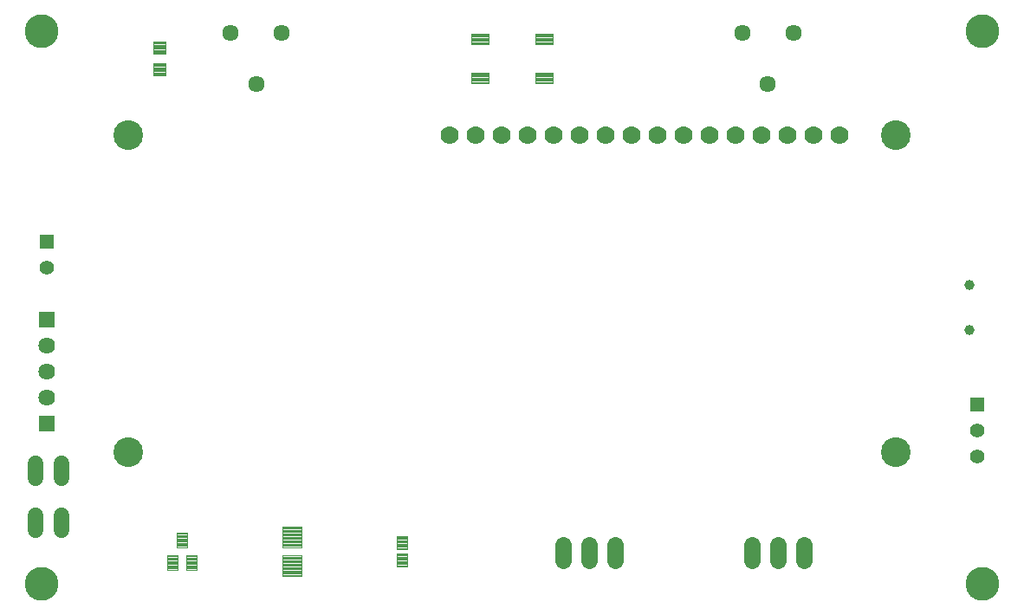
<source format=gbs>
G75*
G70*
%OFA0B0*%
%FSLAX24Y24*%
%IPPOS*%
%LPD*%
%AMOC8*
5,1,8,0,0,1.08239X$1,22.5*
%
%ADD10R,0.0640X0.0640*%
%ADD11C,0.0640*%
%ADD12C,0.0394*%
%ADD13R,0.0555X0.0555*%
%ADD14C,0.0555*%
%ADD15C,0.1142*%
%ADD16C,0.0700*%
%ADD17C,0.0043*%
%ADD18C,0.0045*%
%ADD19C,0.0043*%
%ADD20C,0.0600*%
%ADD21C,0.0041*%
%ADD22C,0.1300*%
%ADD23C,0.0640*%
%ADD24C,0.0634*%
D10*
X007003Y011551D03*
X007003Y015551D03*
D11*
X007003Y014551D03*
X007003Y013551D03*
X007003Y012551D03*
D12*
X042534Y015148D03*
X042534Y016881D03*
D13*
X042829Y012274D03*
X007003Y018551D03*
D14*
X007003Y017551D03*
X042829Y011274D03*
X042829Y010274D03*
D15*
X039680Y010424D03*
X039680Y022629D03*
X010152Y022629D03*
X010152Y010424D03*
D16*
X022514Y022629D03*
X023514Y022629D03*
X024514Y022629D03*
X025514Y022629D03*
X026514Y022629D03*
X027514Y022629D03*
X028514Y022629D03*
X029514Y022629D03*
X030514Y022629D03*
X031514Y022629D03*
X032514Y022629D03*
X033514Y022629D03*
X034514Y022629D03*
X035514Y022629D03*
X036514Y022629D03*
X037514Y022629D03*
D17*
X026489Y024637D02*
X026489Y025029D01*
X026489Y024637D02*
X025823Y024637D01*
X025823Y025029D01*
X026489Y025029D01*
X026489Y024679D02*
X025823Y024679D01*
X025823Y024721D02*
X026489Y024721D01*
X026489Y024763D02*
X025823Y024763D01*
X025823Y024805D02*
X026489Y024805D01*
X026489Y024847D02*
X025823Y024847D01*
X025823Y024889D02*
X026489Y024889D01*
X026489Y024931D02*
X025823Y024931D01*
X025823Y024973D02*
X026489Y024973D01*
X026489Y025015D02*
X025823Y025015D01*
X026489Y026133D02*
X026489Y026525D01*
X026489Y026133D02*
X025823Y026133D01*
X025823Y026525D01*
X026489Y026525D01*
X026489Y026175D02*
X025823Y026175D01*
X025823Y026217D02*
X026489Y026217D01*
X026489Y026259D02*
X025823Y026259D01*
X025823Y026301D02*
X026489Y026301D01*
X026489Y026343D02*
X025823Y026343D01*
X025823Y026385D02*
X026489Y026385D01*
X026489Y026427D02*
X025823Y026427D01*
X025823Y026469D02*
X026489Y026469D01*
X026489Y026511D02*
X025823Y026511D01*
X024009Y026525D02*
X024009Y026133D01*
X023343Y026133D01*
X023343Y026525D01*
X024009Y026525D01*
X024009Y026175D02*
X023343Y026175D01*
X023343Y026217D02*
X024009Y026217D01*
X024009Y026259D02*
X023343Y026259D01*
X023343Y026301D02*
X024009Y026301D01*
X024009Y026343D02*
X023343Y026343D01*
X023343Y026385D02*
X024009Y026385D01*
X024009Y026427D02*
X023343Y026427D01*
X023343Y026469D02*
X024009Y026469D01*
X024009Y026511D02*
X023343Y026511D01*
X024009Y025029D02*
X024009Y024637D01*
X023343Y024637D01*
X023343Y025029D01*
X024009Y025029D01*
X024009Y024679D02*
X023343Y024679D01*
X023343Y024721D02*
X024009Y024721D01*
X024009Y024763D02*
X023343Y024763D01*
X023343Y024805D02*
X024009Y024805D01*
X024009Y024847D02*
X023343Y024847D01*
X023343Y024889D02*
X024009Y024889D01*
X024009Y024931D02*
X023343Y024931D01*
X023343Y024973D02*
X024009Y024973D01*
X024009Y025015D02*
X023343Y025015D01*
X012415Y007332D02*
X012023Y007332D01*
X012415Y007332D02*
X012415Y006784D01*
X012023Y006784D01*
X012023Y007332D01*
X012023Y006826D02*
X012415Y006826D01*
X012415Y006868D02*
X012023Y006868D01*
X012023Y006910D02*
X012415Y006910D01*
X012415Y006952D02*
X012023Y006952D01*
X012023Y006994D02*
X012415Y006994D01*
X012415Y007036D02*
X012023Y007036D01*
X012023Y007078D02*
X012415Y007078D01*
X012415Y007120D02*
X012023Y007120D01*
X012023Y007162D02*
X012415Y007162D01*
X012415Y007204D02*
X012023Y007204D01*
X012023Y007246D02*
X012415Y007246D01*
X012415Y007288D02*
X012023Y007288D01*
X012023Y007330D02*
X012415Y007330D01*
X012397Y006466D02*
X012789Y006466D01*
X012789Y005918D01*
X012397Y005918D01*
X012397Y006466D01*
X012397Y005960D02*
X012789Y005960D01*
X012789Y006002D02*
X012397Y006002D01*
X012397Y006044D02*
X012789Y006044D01*
X012789Y006086D02*
X012397Y006086D01*
X012397Y006128D02*
X012789Y006128D01*
X012789Y006170D02*
X012397Y006170D01*
X012397Y006212D02*
X012789Y006212D01*
X012789Y006254D02*
X012397Y006254D01*
X012397Y006296D02*
X012789Y006296D01*
X012789Y006338D02*
X012397Y006338D01*
X012397Y006380D02*
X012789Y006380D01*
X012789Y006422D02*
X012397Y006422D01*
X012397Y006464D02*
X012789Y006464D01*
X012041Y006466D02*
X011649Y006466D01*
X012041Y006466D02*
X012041Y005918D01*
X011649Y005918D01*
X011649Y006466D01*
X011649Y005960D02*
X012041Y005960D01*
X012041Y006002D02*
X011649Y006002D01*
X011649Y006044D02*
X012041Y006044D01*
X012041Y006086D02*
X011649Y006086D01*
X011649Y006128D02*
X012041Y006128D01*
X012041Y006170D02*
X011649Y006170D01*
X011649Y006212D02*
X012041Y006212D01*
X012041Y006254D02*
X011649Y006254D01*
X011649Y006296D02*
X012041Y006296D01*
X012041Y006338D02*
X011649Y006338D01*
X011649Y006380D02*
X012041Y006380D01*
X012041Y006422D02*
X011649Y006422D01*
X011649Y006464D02*
X012041Y006464D01*
D18*
X016098Y006463D02*
X016098Y005667D01*
X016098Y006463D02*
X016804Y006463D01*
X016804Y005667D01*
X016098Y005667D01*
X016098Y005711D02*
X016804Y005711D01*
X016804Y005755D02*
X016098Y005755D01*
X016098Y005799D02*
X016804Y005799D01*
X016804Y005843D02*
X016098Y005843D01*
X016098Y005887D02*
X016804Y005887D01*
X016804Y005931D02*
X016098Y005931D01*
X016098Y005975D02*
X016804Y005975D01*
X016804Y006019D02*
X016098Y006019D01*
X016098Y006063D02*
X016804Y006063D01*
X016804Y006107D02*
X016098Y006107D01*
X016098Y006151D02*
X016804Y006151D01*
X016804Y006195D02*
X016098Y006195D01*
X016098Y006239D02*
X016804Y006239D01*
X016804Y006283D02*
X016098Y006283D01*
X016098Y006327D02*
X016804Y006327D01*
X016804Y006371D02*
X016098Y006371D01*
X016098Y006415D02*
X016804Y006415D01*
X016804Y006459D02*
X016098Y006459D01*
X016098Y006787D02*
X016098Y007583D01*
X016804Y007583D01*
X016804Y006787D01*
X016098Y006787D01*
X016098Y006831D02*
X016804Y006831D01*
X016804Y006875D02*
X016098Y006875D01*
X016098Y006919D02*
X016804Y006919D01*
X016804Y006963D02*
X016098Y006963D01*
X016098Y007007D02*
X016804Y007007D01*
X016804Y007051D02*
X016098Y007051D01*
X016098Y007095D02*
X016804Y007095D01*
X016804Y007139D02*
X016098Y007139D01*
X016098Y007183D02*
X016804Y007183D01*
X016804Y007227D02*
X016098Y007227D01*
X016098Y007271D02*
X016804Y007271D01*
X016804Y007315D02*
X016098Y007315D01*
X016098Y007359D02*
X016804Y007359D01*
X016804Y007403D02*
X016098Y007403D01*
X016098Y007447D02*
X016804Y007447D01*
X016804Y007491D02*
X016098Y007491D01*
X016098Y007535D02*
X016804Y007535D01*
X016804Y007579D02*
X016098Y007579D01*
D19*
X020469Y007208D02*
X020469Y006710D01*
X020469Y007208D02*
X020899Y007208D01*
X020899Y006710D01*
X020469Y006710D01*
X020469Y006752D02*
X020899Y006752D01*
X020899Y006794D02*
X020469Y006794D01*
X020469Y006836D02*
X020899Y006836D01*
X020899Y006878D02*
X020469Y006878D01*
X020469Y006920D02*
X020899Y006920D01*
X020899Y006962D02*
X020469Y006962D01*
X020469Y007004D02*
X020899Y007004D01*
X020899Y007046D02*
X020469Y007046D01*
X020469Y007088D02*
X020899Y007088D01*
X020899Y007130D02*
X020469Y007130D01*
X020469Y007172D02*
X020899Y007172D01*
X020469Y006539D02*
X020469Y006041D01*
X020469Y006539D02*
X020899Y006539D01*
X020899Y006041D01*
X020469Y006041D01*
X020469Y006083D02*
X020899Y006083D01*
X020899Y006125D02*
X020469Y006125D01*
X020469Y006167D02*
X020899Y006167D01*
X020899Y006209D02*
X020469Y006209D01*
X020469Y006251D02*
X020899Y006251D01*
X020899Y006293D02*
X020469Y006293D01*
X020469Y006335D02*
X020899Y006335D01*
X020899Y006377D02*
X020469Y006377D01*
X020469Y006419D02*
X020899Y006419D01*
X020899Y006461D02*
X020469Y006461D01*
X020469Y006503D02*
X020899Y006503D01*
D20*
X007601Y007439D02*
X007601Y007999D01*
X006601Y007999D02*
X006601Y007439D01*
X006601Y009439D02*
X006601Y009999D01*
X007601Y009999D02*
X007601Y009439D01*
D21*
X011116Y025404D02*
X011588Y025404D01*
X011588Y024932D01*
X011116Y024932D01*
X011116Y025404D01*
X011116Y024972D02*
X011588Y024972D01*
X011588Y025012D02*
X011116Y025012D01*
X011116Y025052D02*
X011588Y025052D01*
X011588Y025092D02*
X011116Y025092D01*
X011116Y025132D02*
X011588Y025132D01*
X011588Y025172D02*
X011116Y025172D01*
X011116Y025212D02*
X011588Y025212D01*
X011588Y025252D02*
X011116Y025252D01*
X011116Y025292D02*
X011588Y025292D01*
X011588Y025332D02*
X011116Y025332D01*
X011116Y025372D02*
X011588Y025372D01*
X011588Y026231D02*
X011116Y026231D01*
X011588Y026231D02*
X011588Y025759D01*
X011116Y025759D01*
X011116Y026231D01*
X011116Y025799D02*
X011588Y025799D01*
X011588Y025839D02*
X011116Y025839D01*
X011116Y025879D02*
X011588Y025879D01*
X011588Y025919D02*
X011116Y025919D01*
X011116Y025959D02*
X011588Y025959D01*
X011588Y025999D02*
X011116Y025999D01*
X011116Y026039D02*
X011588Y026039D01*
X011588Y026079D02*
X011116Y026079D01*
X011116Y026119D02*
X011588Y026119D01*
X011588Y026159D02*
X011116Y026159D01*
X011116Y026199D02*
X011588Y026199D01*
D22*
X006806Y005385D03*
X006806Y026644D03*
X043026Y026644D03*
X043026Y005385D03*
D23*
X036152Y006266D02*
X036152Y006866D01*
X035152Y006866D02*
X035152Y006266D01*
X034152Y006266D02*
X034152Y006866D01*
X028869Y006866D02*
X028869Y006266D01*
X027869Y006266D02*
X027869Y006866D01*
X026869Y006866D02*
X026869Y006266D01*
D24*
X034758Y024597D03*
X033774Y026566D03*
X035743Y026566D03*
X016058Y026566D03*
X014089Y026566D03*
X015073Y024597D03*
M02*

</source>
